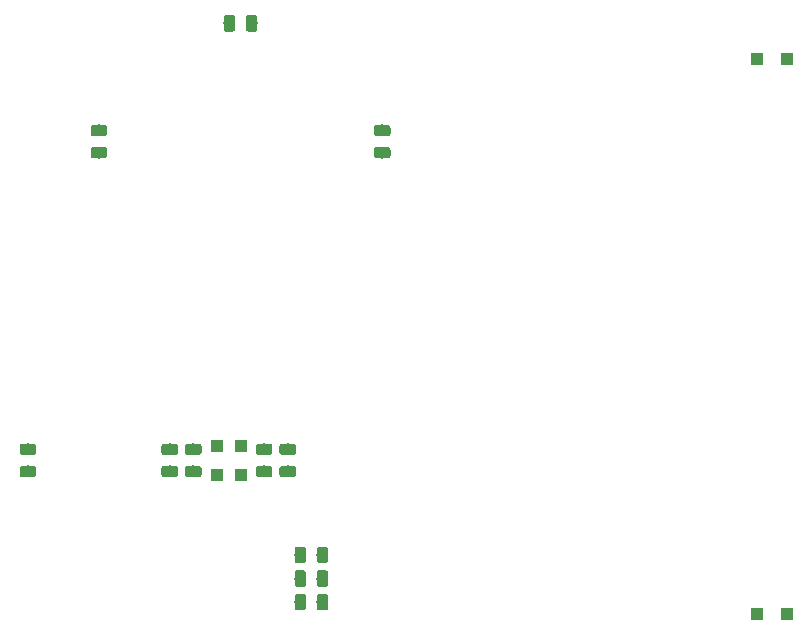
<source format=gbr>
G04 #@! TF.GenerationSoftware,KiCad,Pcbnew,(5.0.1)-3*
G04 #@! TF.CreationDate,2019-12-30T10:06:07+01:00*
G04 #@! TF.ProjectId,TL494 Class D Amp,544C34393420436C617373204420416D,rev?*
G04 #@! TF.SameCoordinates,PX4c4b400PY8f0d180*
G04 #@! TF.FileFunction,Paste,Bot*
G04 #@! TF.FilePolarity,Positive*
%FSLAX46Y46*%
G04 Gerber Fmt 4.6, Leading zero omitted, Abs format (unit mm)*
G04 Created by KiCad (PCBNEW (5.0.1)-3) date 30/12/2019 10:06:07*
%MOMM*%
%LPD*%
G01*
G04 APERTURE LIST*
%ADD10C,0.050800*%
%ADD11C,0.975000*%
%ADD12R,1.000000X1.000000*%
G04 APERTURE END LIST*
D10*
G04 #@! TO.C,C12*
G36*
X34480142Y17423826D02*
X34503803Y17420316D01*
X34527007Y17414504D01*
X34549529Y17406446D01*
X34571153Y17396218D01*
X34591670Y17383921D01*
X34610883Y17369671D01*
X34628607Y17353607D01*
X34644671Y17335883D01*
X34658921Y17316670D01*
X34671218Y17296153D01*
X34681446Y17274529D01*
X34689504Y17252007D01*
X34695316Y17228803D01*
X34698826Y17205142D01*
X34700000Y17181250D01*
X34700000Y16693750D01*
X34698826Y16669858D01*
X34695316Y16646197D01*
X34689504Y16622993D01*
X34681446Y16600471D01*
X34671218Y16578847D01*
X34658921Y16558330D01*
X34644671Y16539117D01*
X34628607Y16521393D01*
X34610883Y16505329D01*
X34591670Y16491079D01*
X34571153Y16478782D01*
X34549529Y16468554D01*
X34527007Y16460496D01*
X34503803Y16454684D01*
X34480142Y16451174D01*
X34456250Y16450000D01*
X33543750Y16450000D01*
X33519858Y16451174D01*
X33496197Y16454684D01*
X33472993Y16460496D01*
X33450471Y16468554D01*
X33428847Y16478782D01*
X33408330Y16491079D01*
X33389117Y16505329D01*
X33371393Y16521393D01*
X33355329Y16539117D01*
X33341079Y16558330D01*
X33328782Y16578847D01*
X33318554Y16600471D01*
X33310496Y16622993D01*
X33304684Y16646197D01*
X33301174Y16669858D01*
X33300000Y16693750D01*
X33300000Y17181250D01*
X33301174Y17205142D01*
X33304684Y17228803D01*
X33310496Y17252007D01*
X33318554Y17274529D01*
X33328782Y17296153D01*
X33341079Y17316670D01*
X33355329Y17335883D01*
X33371393Y17353607D01*
X33389117Y17369671D01*
X33408330Y17383921D01*
X33428847Y17396218D01*
X33450471Y17406446D01*
X33472993Y17414504D01*
X33496197Y17420316D01*
X33519858Y17423826D01*
X33543750Y17425000D01*
X34456250Y17425000D01*
X34480142Y17423826D01*
X34480142Y17423826D01*
G37*
D11*
X34000000Y16937500D03*
D10*
G36*
X34480142Y15548826D02*
X34503803Y15545316D01*
X34527007Y15539504D01*
X34549529Y15531446D01*
X34571153Y15521218D01*
X34591670Y15508921D01*
X34610883Y15494671D01*
X34628607Y15478607D01*
X34644671Y15460883D01*
X34658921Y15441670D01*
X34671218Y15421153D01*
X34681446Y15399529D01*
X34689504Y15377007D01*
X34695316Y15353803D01*
X34698826Y15330142D01*
X34700000Y15306250D01*
X34700000Y14818750D01*
X34698826Y14794858D01*
X34695316Y14771197D01*
X34689504Y14747993D01*
X34681446Y14725471D01*
X34671218Y14703847D01*
X34658921Y14683330D01*
X34644671Y14664117D01*
X34628607Y14646393D01*
X34610883Y14630329D01*
X34591670Y14616079D01*
X34571153Y14603782D01*
X34549529Y14593554D01*
X34527007Y14585496D01*
X34503803Y14579684D01*
X34480142Y14576174D01*
X34456250Y14575000D01*
X33543750Y14575000D01*
X33519858Y14576174D01*
X33496197Y14579684D01*
X33472993Y14585496D01*
X33450471Y14593554D01*
X33428847Y14603782D01*
X33408330Y14616079D01*
X33389117Y14630329D01*
X33371393Y14646393D01*
X33355329Y14664117D01*
X33341079Y14683330D01*
X33328782Y14703847D01*
X33318554Y14725471D01*
X33310496Y14747993D01*
X33304684Y14771197D01*
X33301174Y14794858D01*
X33300000Y14818750D01*
X33300000Y15306250D01*
X33301174Y15330142D01*
X33304684Y15353803D01*
X33310496Y15377007D01*
X33318554Y15399529D01*
X33328782Y15421153D01*
X33341079Y15441670D01*
X33355329Y15460883D01*
X33371393Y15478607D01*
X33389117Y15494671D01*
X33408330Y15508921D01*
X33428847Y15521218D01*
X33450471Y15531446D01*
X33472993Y15539504D01*
X33496197Y15545316D01*
X33519858Y15548826D01*
X33543750Y15550000D01*
X34456250Y15550000D01*
X34480142Y15548826D01*
X34480142Y15548826D01*
G37*
D11*
X34000000Y15062500D03*
G04 #@! TD*
D10*
G04 #@! TO.C,C21*
G36*
X42480142Y42548826D02*
X42503803Y42545316D01*
X42527007Y42539504D01*
X42549529Y42531446D01*
X42571153Y42521218D01*
X42591670Y42508921D01*
X42610883Y42494671D01*
X42628607Y42478607D01*
X42644671Y42460883D01*
X42658921Y42441670D01*
X42671218Y42421153D01*
X42681446Y42399529D01*
X42689504Y42377007D01*
X42695316Y42353803D01*
X42698826Y42330142D01*
X42700000Y42306250D01*
X42700000Y41818750D01*
X42698826Y41794858D01*
X42695316Y41771197D01*
X42689504Y41747993D01*
X42681446Y41725471D01*
X42671218Y41703847D01*
X42658921Y41683330D01*
X42644671Y41664117D01*
X42628607Y41646393D01*
X42610883Y41630329D01*
X42591670Y41616079D01*
X42571153Y41603782D01*
X42549529Y41593554D01*
X42527007Y41585496D01*
X42503803Y41579684D01*
X42480142Y41576174D01*
X42456250Y41575000D01*
X41543750Y41575000D01*
X41519858Y41576174D01*
X41496197Y41579684D01*
X41472993Y41585496D01*
X41450471Y41593554D01*
X41428847Y41603782D01*
X41408330Y41616079D01*
X41389117Y41630329D01*
X41371393Y41646393D01*
X41355329Y41664117D01*
X41341079Y41683330D01*
X41328782Y41703847D01*
X41318554Y41725471D01*
X41310496Y41747993D01*
X41304684Y41771197D01*
X41301174Y41794858D01*
X41300000Y41818750D01*
X41300000Y42306250D01*
X41301174Y42330142D01*
X41304684Y42353803D01*
X41310496Y42377007D01*
X41318554Y42399529D01*
X41328782Y42421153D01*
X41341079Y42441670D01*
X41355329Y42460883D01*
X41371393Y42478607D01*
X41389117Y42494671D01*
X41408330Y42508921D01*
X41428847Y42521218D01*
X41450471Y42531446D01*
X41472993Y42539504D01*
X41496197Y42545316D01*
X41519858Y42548826D01*
X41543750Y42550000D01*
X42456250Y42550000D01*
X42480142Y42548826D01*
X42480142Y42548826D01*
G37*
D11*
X42000000Y42062500D03*
D10*
G36*
X42480142Y44423826D02*
X42503803Y44420316D01*
X42527007Y44414504D01*
X42549529Y44406446D01*
X42571153Y44396218D01*
X42591670Y44383921D01*
X42610883Y44369671D01*
X42628607Y44353607D01*
X42644671Y44335883D01*
X42658921Y44316670D01*
X42671218Y44296153D01*
X42681446Y44274529D01*
X42689504Y44252007D01*
X42695316Y44228803D01*
X42698826Y44205142D01*
X42700000Y44181250D01*
X42700000Y43693750D01*
X42698826Y43669858D01*
X42695316Y43646197D01*
X42689504Y43622993D01*
X42681446Y43600471D01*
X42671218Y43578847D01*
X42658921Y43558330D01*
X42644671Y43539117D01*
X42628607Y43521393D01*
X42610883Y43505329D01*
X42591670Y43491079D01*
X42571153Y43478782D01*
X42549529Y43468554D01*
X42527007Y43460496D01*
X42503803Y43454684D01*
X42480142Y43451174D01*
X42456250Y43450000D01*
X41543750Y43450000D01*
X41519858Y43451174D01*
X41496197Y43454684D01*
X41472993Y43460496D01*
X41450471Y43468554D01*
X41428847Y43478782D01*
X41408330Y43491079D01*
X41389117Y43505329D01*
X41371393Y43521393D01*
X41355329Y43539117D01*
X41341079Y43558330D01*
X41328782Y43578847D01*
X41318554Y43600471D01*
X41310496Y43622993D01*
X41304684Y43646197D01*
X41301174Y43669858D01*
X41300000Y43693750D01*
X41300000Y44181250D01*
X41301174Y44205142D01*
X41304684Y44228803D01*
X41310496Y44252007D01*
X41318554Y44274529D01*
X41328782Y44296153D01*
X41341079Y44316670D01*
X41355329Y44335883D01*
X41371393Y44353607D01*
X41389117Y44369671D01*
X41408330Y44383921D01*
X41428847Y44396218D01*
X41450471Y44406446D01*
X41472993Y44414504D01*
X41496197Y44420316D01*
X41519858Y44423826D01*
X41543750Y44425000D01*
X42456250Y44425000D01*
X42480142Y44423826D01*
X42480142Y44423826D01*
G37*
D11*
X42000000Y43937500D03*
G04 #@! TD*
D12*
G04 #@! TO.C,D1*
X73750000Y3000000D03*
X76250000Y3000000D03*
G04 #@! TD*
G04 #@! TO.C,D5*
X28000000Y17250000D03*
X28000000Y14750000D03*
G04 #@! TD*
G04 #@! TO.C,D6*
X73750000Y50000000D03*
X76250000Y50000000D03*
G04 #@! TD*
D10*
G04 #@! TO.C,R1*
G36*
X35330142Y8698826D02*
X35353803Y8695316D01*
X35377007Y8689504D01*
X35399529Y8681446D01*
X35421153Y8671218D01*
X35441670Y8658921D01*
X35460883Y8644671D01*
X35478607Y8628607D01*
X35494671Y8610883D01*
X35508921Y8591670D01*
X35521218Y8571153D01*
X35531446Y8549529D01*
X35539504Y8527007D01*
X35545316Y8503803D01*
X35548826Y8480142D01*
X35550000Y8456250D01*
X35550000Y7543750D01*
X35548826Y7519858D01*
X35545316Y7496197D01*
X35539504Y7472993D01*
X35531446Y7450471D01*
X35521218Y7428847D01*
X35508921Y7408330D01*
X35494671Y7389117D01*
X35478607Y7371393D01*
X35460883Y7355329D01*
X35441670Y7341079D01*
X35421153Y7328782D01*
X35399529Y7318554D01*
X35377007Y7310496D01*
X35353803Y7304684D01*
X35330142Y7301174D01*
X35306250Y7300000D01*
X34818750Y7300000D01*
X34794858Y7301174D01*
X34771197Y7304684D01*
X34747993Y7310496D01*
X34725471Y7318554D01*
X34703847Y7328782D01*
X34683330Y7341079D01*
X34664117Y7355329D01*
X34646393Y7371393D01*
X34630329Y7389117D01*
X34616079Y7408330D01*
X34603782Y7428847D01*
X34593554Y7450471D01*
X34585496Y7472993D01*
X34579684Y7496197D01*
X34576174Y7519858D01*
X34575000Y7543750D01*
X34575000Y8456250D01*
X34576174Y8480142D01*
X34579684Y8503803D01*
X34585496Y8527007D01*
X34593554Y8549529D01*
X34603782Y8571153D01*
X34616079Y8591670D01*
X34630329Y8610883D01*
X34646393Y8628607D01*
X34664117Y8644671D01*
X34683330Y8658921D01*
X34703847Y8671218D01*
X34725471Y8681446D01*
X34747993Y8689504D01*
X34771197Y8695316D01*
X34794858Y8698826D01*
X34818750Y8700000D01*
X35306250Y8700000D01*
X35330142Y8698826D01*
X35330142Y8698826D01*
G37*
D11*
X35062500Y8000000D03*
D10*
G36*
X37205142Y8698826D02*
X37228803Y8695316D01*
X37252007Y8689504D01*
X37274529Y8681446D01*
X37296153Y8671218D01*
X37316670Y8658921D01*
X37335883Y8644671D01*
X37353607Y8628607D01*
X37369671Y8610883D01*
X37383921Y8591670D01*
X37396218Y8571153D01*
X37406446Y8549529D01*
X37414504Y8527007D01*
X37420316Y8503803D01*
X37423826Y8480142D01*
X37425000Y8456250D01*
X37425000Y7543750D01*
X37423826Y7519858D01*
X37420316Y7496197D01*
X37414504Y7472993D01*
X37406446Y7450471D01*
X37396218Y7428847D01*
X37383921Y7408330D01*
X37369671Y7389117D01*
X37353607Y7371393D01*
X37335883Y7355329D01*
X37316670Y7341079D01*
X37296153Y7328782D01*
X37274529Y7318554D01*
X37252007Y7310496D01*
X37228803Y7304684D01*
X37205142Y7301174D01*
X37181250Y7300000D01*
X36693750Y7300000D01*
X36669858Y7301174D01*
X36646197Y7304684D01*
X36622993Y7310496D01*
X36600471Y7318554D01*
X36578847Y7328782D01*
X36558330Y7341079D01*
X36539117Y7355329D01*
X36521393Y7371393D01*
X36505329Y7389117D01*
X36491079Y7408330D01*
X36478782Y7428847D01*
X36468554Y7450471D01*
X36460496Y7472993D01*
X36454684Y7496197D01*
X36451174Y7519858D01*
X36450000Y7543750D01*
X36450000Y8456250D01*
X36451174Y8480142D01*
X36454684Y8503803D01*
X36460496Y8527007D01*
X36468554Y8549529D01*
X36478782Y8571153D01*
X36491079Y8591670D01*
X36505329Y8610883D01*
X36521393Y8628607D01*
X36539117Y8644671D01*
X36558330Y8658921D01*
X36578847Y8671218D01*
X36600471Y8681446D01*
X36622993Y8689504D01*
X36646197Y8695316D01*
X36669858Y8698826D01*
X36693750Y8700000D01*
X37181250Y8700000D01*
X37205142Y8698826D01*
X37205142Y8698826D01*
G37*
D11*
X36937500Y8000000D03*
G04 #@! TD*
D10*
G04 #@! TO.C,R2*
G36*
X35330142Y6698826D02*
X35353803Y6695316D01*
X35377007Y6689504D01*
X35399529Y6681446D01*
X35421153Y6671218D01*
X35441670Y6658921D01*
X35460883Y6644671D01*
X35478607Y6628607D01*
X35494671Y6610883D01*
X35508921Y6591670D01*
X35521218Y6571153D01*
X35531446Y6549529D01*
X35539504Y6527007D01*
X35545316Y6503803D01*
X35548826Y6480142D01*
X35550000Y6456250D01*
X35550000Y5543750D01*
X35548826Y5519858D01*
X35545316Y5496197D01*
X35539504Y5472993D01*
X35531446Y5450471D01*
X35521218Y5428847D01*
X35508921Y5408330D01*
X35494671Y5389117D01*
X35478607Y5371393D01*
X35460883Y5355329D01*
X35441670Y5341079D01*
X35421153Y5328782D01*
X35399529Y5318554D01*
X35377007Y5310496D01*
X35353803Y5304684D01*
X35330142Y5301174D01*
X35306250Y5300000D01*
X34818750Y5300000D01*
X34794858Y5301174D01*
X34771197Y5304684D01*
X34747993Y5310496D01*
X34725471Y5318554D01*
X34703847Y5328782D01*
X34683330Y5341079D01*
X34664117Y5355329D01*
X34646393Y5371393D01*
X34630329Y5389117D01*
X34616079Y5408330D01*
X34603782Y5428847D01*
X34593554Y5450471D01*
X34585496Y5472993D01*
X34579684Y5496197D01*
X34576174Y5519858D01*
X34575000Y5543750D01*
X34575000Y6456250D01*
X34576174Y6480142D01*
X34579684Y6503803D01*
X34585496Y6527007D01*
X34593554Y6549529D01*
X34603782Y6571153D01*
X34616079Y6591670D01*
X34630329Y6610883D01*
X34646393Y6628607D01*
X34664117Y6644671D01*
X34683330Y6658921D01*
X34703847Y6671218D01*
X34725471Y6681446D01*
X34747993Y6689504D01*
X34771197Y6695316D01*
X34794858Y6698826D01*
X34818750Y6700000D01*
X35306250Y6700000D01*
X35330142Y6698826D01*
X35330142Y6698826D01*
G37*
D11*
X35062500Y6000000D03*
D10*
G36*
X37205142Y6698826D02*
X37228803Y6695316D01*
X37252007Y6689504D01*
X37274529Y6681446D01*
X37296153Y6671218D01*
X37316670Y6658921D01*
X37335883Y6644671D01*
X37353607Y6628607D01*
X37369671Y6610883D01*
X37383921Y6591670D01*
X37396218Y6571153D01*
X37406446Y6549529D01*
X37414504Y6527007D01*
X37420316Y6503803D01*
X37423826Y6480142D01*
X37425000Y6456250D01*
X37425000Y5543750D01*
X37423826Y5519858D01*
X37420316Y5496197D01*
X37414504Y5472993D01*
X37406446Y5450471D01*
X37396218Y5428847D01*
X37383921Y5408330D01*
X37369671Y5389117D01*
X37353607Y5371393D01*
X37335883Y5355329D01*
X37316670Y5341079D01*
X37296153Y5328782D01*
X37274529Y5318554D01*
X37252007Y5310496D01*
X37228803Y5304684D01*
X37205142Y5301174D01*
X37181250Y5300000D01*
X36693750Y5300000D01*
X36669858Y5301174D01*
X36646197Y5304684D01*
X36622993Y5310496D01*
X36600471Y5318554D01*
X36578847Y5328782D01*
X36558330Y5341079D01*
X36539117Y5355329D01*
X36521393Y5371393D01*
X36505329Y5389117D01*
X36491079Y5408330D01*
X36478782Y5428847D01*
X36468554Y5450471D01*
X36460496Y5472993D01*
X36454684Y5496197D01*
X36451174Y5519858D01*
X36450000Y5543750D01*
X36450000Y6456250D01*
X36451174Y6480142D01*
X36454684Y6503803D01*
X36460496Y6527007D01*
X36468554Y6549529D01*
X36478782Y6571153D01*
X36491079Y6591670D01*
X36505329Y6610883D01*
X36521393Y6628607D01*
X36539117Y6644671D01*
X36558330Y6658921D01*
X36578847Y6671218D01*
X36600471Y6681446D01*
X36622993Y6689504D01*
X36646197Y6695316D01*
X36669858Y6698826D01*
X36693750Y6700000D01*
X37181250Y6700000D01*
X37205142Y6698826D01*
X37205142Y6698826D01*
G37*
D11*
X36937500Y6000000D03*
G04 #@! TD*
D10*
G04 #@! TO.C,R8*
G36*
X32480142Y17423826D02*
X32503803Y17420316D01*
X32527007Y17414504D01*
X32549529Y17406446D01*
X32571153Y17396218D01*
X32591670Y17383921D01*
X32610883Y17369671D01*
X32628607Y17353607D01*
X32644671Y17335883D01*
X32658921Y17316670D01*
X32671218Y17296153D01*
X32681446Y17274529D01*
X32689504Y17252007D01*
X32695316Y17228803D01*
X32698826Y17205142D01*
X32700000Y17181250D01*
X32700000Y16693750D01*
X32698826Y16669858D01*
X32695316Y16646197D01*
X32689504Y16622993D01*
X32681446Y16600471D01*
X32671218Y16578847D01*
X32658921Y16558330D01*
X32644671Y16539117D01*
X32628607Y16521393D01*
X32610883Y16505329D01*
X32591670Y16491079D01*
X32571153Y16478782D01*
X32549529Y16468554D01*
X32527007Y16460496D01*
X32503803Y16454684D01*
X32480142Y16451174D01*
X32456250Y16450000D01*
X31543750Y16450000D01*
X31519858Y16451174D01*
X31496197Y16454684D01*
X31472993Y16460496D01*
X31450471Y16468554D01*
X31428847Y16478782D01*
X31408330Y16491079D01*
X31389117Y16505329D01*
X31371393Y16521393D01*
X31355329Y16539117D01*
X31341079Y16558330D01*
X31328782Y16578847D01*
X31318554Y16600471D01*
X31310496Y16622993D01*
X31304684Y16646197D01*
X31301174Y16669858D01*
X31300000Y16693750D01*
X31300000Y17181250D01*
X31301174Y17205142D01*
X31304684Y17228803D01*
X31310496Y17252007D01*
X31318554Y17274529D01*
X31328782Y17296153D01*
X31341079Y17316670D01*
X31355329Y17335883D01*
X31371393Y17353607D01*
X31389117Y17369671D01*
X31408330Y17383921D01*
X31428847Y17396218D01*
X31450471Y17406446D01*
X31472993Y17414504D01*
X31496197Y17420316D01*
X31519858Y17423826D01*
X31543750Y17425000D01*
X32456250Y17425000D01*
X32480142Y17423826D01*
X32480142Y17423826D01*
G37*
D11*
X32000000Y16937500D03*
D10*
G36*
X32480142Y15548826D02*
X32503803Y15545316D01*
X32527007Y15539504D01*
X32549529Y15531446D01*
X32571153Y15521218D01*
X32591670Y15508921D01*
X32610883Y15494671D01*
X32628607Y15478607D01*
X32644671Y15460883D01*
X32658921Y15441670D01*
X32671218Y15421153D01*
X32681446Y15399529D01*
X32689504Y15377007D01*
X32695316Y15353803D01*
X32698826Y15330142D01*
X32700000Y15306250D01*
X32700000Y14818750D01*
X32698826Y14794858D01*
X32695316Y14771197D01*
X32689504Y14747993D01*
X32681446Y14725471D01*
X32671218Y14703847D01*
X32658921Y14683330D01*
X32644671Y14664117D01*
X32628607Y14646393D01*
X32610883Y14630329D01*
X32591670Y14616079D01*
X32571153Y14603782D01*
X32549529Y14593554D01*
X32527007Y14585496D01*
X32503803Y14579684D01*
X32480142Y14576174D01*
X32456250Y14575000D01*
X31543750Y14575000D01*
X31519858Y14576174D01*
X31496197Y14579684D01*
X31472993Y14585496D01*
X31450471Y14593554D01*
X31428847Y14603782D01*
X31408330Y14616079D01*
X31389117Y14630329D01*
X31371393Y14646393D01*
X31355329Y14664117D01*
X31341079Y14683330D01*
X31328782Y14703847D01*
X31318554Y14725471D01*
X31310496Y14747993D01*
X31304684Y14771197D01*
X31301174Y14794858D01*
X31300000Y14818750D01*
X31300000Y15306250D01*
X31301174Y15330142D01*
X31304684Y15353803D01*
X31310496Y15377007D01*
X31318554Y15399529D01*
X31328782Y15421153D01*
X31341079Y15441670D01*
X31355329Y15460883D01*
X31371393Y15478607D01*
X31389117Y15494671D01*
X31408330Y15508921D01*
X31428847Y15521218D01*
X31450471Y15531446D01*
X31472993Y15539504D01*
X31496197Y15545316D01*
X31519858Y15548826D01*
X31543750Y15550000D01*
X32456250Y15550000D01*
X32480142Y15548826D01*
X32480142Y15548826D01*
G37*
D11*
X32000000Y15062500D03*
G04 #@! TD*
D10*
G04 #@! TO.C,R9*
G36*
X26480142Y17423826D02*
X26503803Y17420316D01*
X26527007Y17414504D01*
X26549529Y17406446D01*
X26571153Y17396218D01*
X26591670Y17383921D01*
X26610883Y17369671D01*
X26628607Y17353607D01*
X26644671Y17335883D01*
X26658921Y17316670D01*
X26671218Y17296153D01*
X26681446Y17274529D01*
X26689504Y17252007D01*
X26695316Y17228803D01*
X26698826Y17205142D01*
X26700000Y17181250D01*
X26700000Y16693750D01*
X26698826Y16669858D01*
X26695316Y16646197D01*
X26689504Y16622993D01*
X26681446Y16600471D01*
X26671218Y16578847D01*
X26658921Y16558330D01*
X26644671Y16539117D01*
X26628607Y16521393D01*
X26610883Y16505329D01*
X26591670Y16491079D01*
X26571153Y16478782D01*
X26549529Y16468554D01*
X26527007Y16460496D01*
X26503803Y16454684D01*
X26480142Y16451174D01*
X26456250Y16450000D01*
X25543750Y16450000D01*
X25519858Y16451174D01*
X25496197Y16454684D01*
X25472993Y16460496D01*
X25450471Y16468554D01*
X25428847Y16478782D01*
X25408330Y16491079D01*
X25389117Y16505329D01*
X25371393Y16521393D01*
X25355329Y16539117D01*
X25341079Y16558330D01*
X25328782Y16578847D01*
X25318554Y16600471D01*
X25310496Y16622993D01*
X25304684Y16646197D01*
X25301174Y16669858D01*
X25300000Y16693750D01*
X25300000Y17181250D01*
X25301174Y17205142D01*
X25304684Y17228803D01*
X25310496Y17252007D01*
X25318554Y17274529D01*
X25328782Y17296153D01*
X25341079Y17316670D01*
X25355329Y17335883D01*
X25371393Y17353607D01*
X25389117Y17369671D01*
X25408330Y17383921D01*
X25428847Y17396218D01*
X25450471Y17406446D01*
X25472993Y17414504D01*
X25496197Y17420316D01*
X25519858Y17423826D01*
X25543750Y17425000D01*
X26456250Y17425000D01*
X26480142Y17423826D01*
X26480142Y17423826D01*
G37*
D11*
X26000000Y16937500D03*
D10*
G36*
X26480142Y15548826D02*
X26503803Y15545316D01*
X26527007Y15539504D01*
X26549529Y15531446D01*
X26571153Y15521218D01*
X26591670Y15508921D01*
X26610883Y15494671D01*
X26628607Y15478607D01*
X26644671Y15460883D01*
X26658921Y15441670D01*
X26671218Y15421153D01*
X26681446Y15399529D01*
X26689504Y15377007D01*
X26695316Y15353803D01*
X26698826Y15330142D01*
X26700000Y15306250D01*
X26700000Y14818750D01*
X26698826Y14794858D01*
X26695316Y14771197D01*
X26689504Y14747993D01*
X26681446Y14725471D01*
X26671218Y14703847D01*
X26658921Y14683330D01*
X26644671Y14664117D01*
X26628607Y14646393D01*
X26610883Y14630329D01*
X26591670Y14616079D01*
X26571153Y14603782D01*
X26549529Y14593554D01*
X26527007Y14585496D01*
X26503803Y14579684D01*
X26480142Y14576174D01*
X26456250Y14575000D01*
X25543750Y14575000D01*
X25519858Y14576174D01*
X25496197Y14579684D01*
X25472993Y14585496D01*
X25450471Y14593554D01*
X25428847Y14603782D01*
X25408330Y14616079D01*
X25389117Y14630329D01*
X25371393Y14646393D01*
X25355329Y14664117D01*
X25341079Y14683330D01*
X25328782Y14703847D01*
X25318554Y14725471D01*
X25310496Y14747993D01*
X25304684Y14771197D01*
X25301174Y14794858D01*
X25300000Y14818750D01*
X25300000Y15306250D01*
X25301174Y15330142D01*
X25304684Y15353803D01*
X25310496Y15377007D01*
X25318554Y15399529D01*
X25328782Y15421153D01*
X25341079Y15441670D01*
X25355329Y15460883D01*
X25371393Y15478607D01*
X25389117Y15494671D01*
X25408330Y15508921D01*
X25428847Y15521218D01*
X25450471Y15531446D01*
X25472993Y15539504D01*
X25496197Y15545316D01*
X25519858Y15548826D01*
X25543750Y15550000D01*
X26456250Y15550000D01*
X26480142Y15548826D01*
X26480142Y15548826D01*
G37*
D11*
X26000000Y15062500D03*
G04 #@! TD*
D10*
G04 #@! TO.C,C1*
G36*
X35330142Y4698826D02*
X35353803Y4695316D01*
X35377007Y4689504D01*
X35399529Y4681446D01*
X35421153Y4671218D01*
X35441670Y4658921D01*
X35460883Y4644671D01*
X35478607Y4628607D01*
X35494671Y4610883D01*
X35508921Y4591670D01*
X35521218Y4571153D01*
X35531446Y4549529D01*
X35539504Y4527007D01*
X35545316Y4503803D01*
X35548826Y4480142D01*
X35550000Y4456250D01*
X35550000Y3543750D01*
X35548826Y3519858D01*
X35545316Y3496197D01*
X35539504Y3472993D01*
X35531446Y3450471D01*
X35521218Y3428847D01*
X35508921Y3408330D01*
X35494671Y3389117D01*
X35478607Y3371393D01*
X35460883Y3355329D01*
X35441670Y3341079D01*
X35421153Y3328782D01*
X35399529Y3318554D01*
X35377007Y3310496D01*
X35353803Y3304684D01*
X35330142Y3301174D01*
X35306250Y3300000D01*
X34818750Y3300000D01*
X34794858Y3301174D01*
X34771197Y3304684D01*
X34747993Y3310496D01*
X34725471Y3318554D01*
X34703847Y3328782D01*
X34683330Y3341079D01*
X34664117Y3355329D01*
X34646393Y3371393D01*
X34630329Y3389117D01*
X34616079Y3408330D01*
X34603782Y3428847D01*
X34593554Y3450471D01*
X34585496Y3472993D01*
X34579684Y3496197D01*
X34576174Y3519858D01*
X34575000Y3543750D01*
X34575000Y4456250D01*
X34576174Y4480142D01*
X34579684Y4503803D01*
X34585496Y4527007D01*
X34593554Y4549529D01*
X34603782Y4571153D01*
X34616079Y4591670D01*
X34630329Y4610883D01*
X34646393Y4628607D01*
X34664117Y4644671D01*
X34683330Y4658921D01*
X34703847Y4671218D01*
X34725471Y4681446D01*
X34747993Y4689504D01*
X34771197Y4695316D01*
X34794858Y4698826D01*
X34818750Y4700000D01*
X35306250Y4700000D01*
X35330142Y4698826D01*
X35330142Y4698826D01*
G37*
D11*
X35062500Y4000000D03*
D10*
G36*
X37205142Y4698826D02*
X37228803Y4695316D01*
X37252007Y4689504D01*
X37274529Y4681446D01*
X37296153Y4671218D01*
X37316670Y4658921D01*
X37335883Y4644671D01*
X37353607Y4628607D01*
X37369671Y4610883D01*
X37383921Y4591670D01*
X37396218Y4571153D01*
X37406446Y4549529D01*
X37414504Y4527007D01*
X37420316Y4503803D01*
X37423826Y4480142D01*
X37425000Y4456250D01*
X37425000Y3543750D01*
X37423826Y3519858D01*
X37420316Y3496197D01*
X37414504Y3472993D01*
X37406446Y3450471D01*
X37396218Y3428847D01*
X37383921Y3408330D01*
X37369671Y3389117D01*
X37353607Y3371393D01*
X37335883Y3355329D01*
X37316670Y3341079D01*
X37296153Y3328782D01*
X37274529Y3318554D01*
X37252007Y3310496D01*
X37228803Y3304684D01*
X37205142Y3301174D01*
X37181250Y3300000D01*
X36693750Y3300000D01*
X36669858Y3301174D01*
X36646197Y3304684D01*
X36622993Y3310496D01*
X36600471Y3318554D01*
X36578847Y3328782D01*
X36558330Y3341079D01*
X36539117Y3355329D01*
X36521393Y3371393D01*
X36505329Y3389117D01*
X36491079Y3408330D01*
X36478782Y3428847D01*
X36468554Y3450471D01*
X36460496Y3472993D01*
X36454684Y3496197D01*
X36451174Y3519858D01*
X36450000Y3543750D01*
X36450000Y4456250D01*
X36451174Y4480142D01*
X36454684Y4503803D01*
X36460496Y4527007D01*
X36468554Y4549529D01*
X36478782Y4571153D01*
X36491079Y4591670D01*
X36505329Y4610883D01*
X36521393Y4628607D01*
X36539117Y4644671D01*
X36558330Y4658921D01*
X36578847Y4671218D01*
X36600471Y4681446D01*
X36622993Y4689504D01*
X36646197Y4695316D01*
X36669858Y4698826D01*
X36693750Y4700000D01*
X37181250Y4700000D01*
X37205142Y4698826D01*
X37205142Y4698826D01*
G37*
D11*
X36937500Y4000000D03*
G04 #@! TD*
D10*
G04 #@! TO.C,C9*
G36*
X12480142Y17423826D02*
X12503803Y17420316D01*
X12527007Y17414504D01*
X12549529Y17406446D01*
X12571153Y17396218D01*
X12591670Y17383921D01*
X12610883Y17369671D01*
X12628607Y17353607D01*
X12644671Y17335883D01*
X12658921Y17316670D01*
X12671218Y17296153D01*
X12681446Y17274529D01*
X12689504Y17252007D01*
X12695316Y17228803D01*
X12698826Y17205142D01*
X12700000Y17181250D01*
X12700000Y16693750D01*
X12698826Y16669858D01*
X12695316Y16646197D01*
X12689504Y16622993D01*
X12681446Y16600471D01*
X12671218Y16578847D01*
X12658921Y16558330D01*
X12644671Y16539117D01*
X12628607Y16521393D01*
X12610883Y16505329D01*
X12591670Y16491079D01*
X12571153Y16478782D01*
X12549529Y16468554D01*
X12527007Y16460496D01*
X12503803Y16454684D01*
X12480142Y16451174D01*
X12456250Y16450000D01*
X11543750Y16450000D01*
X11519858Y16451174D01*
X11496197Y16454684D01*
X11472993Y16460496D01*
X11450471Y16468554D01*
X11428847Y16478782D01*
X11408330Y16491079D01*
X11389117Y16505329D01*
X11371393Y16521393D01*
X11355329Y16539117D01*
X11341079Y16558330D01*
X11328782Y16578847D01*
X11318554Y16600471D01*
X11310496Y16622993D01*
X11304684Y16646197D01*
X11301174Y16669858D01*
X11300000Y16693750D01*
X11300000Y17181250D01*
X11301174Y17205142D01*
X11304684Y17228803D01*
X11310496Y17252007D01*
X11318554Y17274529D01*
X11328782Y17296153D01*
X11341079Y17316670D01*
X11355329Y17335883D01*
X11371393Y17353607D01*
X11389117Y17369671D01*
X11408330Y17383921D01*
X11428847Y17396218D01*
X11450471Y17406446D01*
X11472993Y17414504D01*
X11496197Y17420316D01*
X11519858Y17423826D01*
X11543750Y17425000D01*
X12456250Y17425000D01*
X12480142Y17423826D01*
X12480142Y17423826D01*
G37*
D11*
X12000000Y16937500D03*
D10*
G36*
X12480142Y15548826D02*
X12503803Y15545316D01*
X12527007Y15539504D01*
X12549529Y15531446D01*
X12571153Y15521218D01*
X12591670Y15508921D01*
X12610883Y15494671D01*
X12628607Y15478607D01*
X12644671Y15460883D01*
X12658921Y15441670D01*
X12671218Y15421153D01*
X12681446Y15399529D01*
X12689504Y15377007D01*
X12695316Y15353803D01*
X12698826Y15330142D01*
X12700000Y15306250D01*
X12700000Y14818750D01*
X12698826Y14794858D01*
X12695316Y14771197D01*
X12689504Y14747993D01*
X12681446Y14725471D01*
X12671218Y14703847D01*
X12658921Y14683330D01*
X12644671Y14664117D01*
X12628607Y14646393D01*
X12610883Y14630329D01*
X12591670Y14616079D01*
X12571153Y14603782D01*
X12549529Y14593554D01*
X12527007Y14585496D01*
X12503803Y14579684D01*
X12480142Y14576174D01*
X12456250Y14575000D01*
X11543750Y14575000D01*
X11519858Y14576174D01*
X11496197Y14579684D01*
X11472993Y14585496D01*
X11450471Y14593554D01*
X11428847Y14603782D01*
X11408330Y14616079D01*
X11389117Y14630329D01*
X11371393Y14646393D01*
X11355329Y14664117D01*
X11341079Y14683330D01*
X11328782Y14703847D01*
X11318554Y14725471D01*
X11310496Y14747993D01*
X11304684Y14771197D01*
X11301174Y14794858D01*
X11300000Y14818750D01*
X11300000Y15306250D01*
X11301174Y15330142D01*
X11304684Y15353803D01*
X11310496Y15377007D01*
X11318554Y15399529D01*
X11328782Y15421153D01*
X11341079Y15441670D01*
X11355329Y15460883D01*
X11371393Y15478607D01*
X11389117Y15494671D01*
X11408330Y15508921D01*
X11428847Y15521218D01*
X11450471Y15531446D01*
X11472993Y15539504D01*
X11496197Y15545316D01*
X11519858Y15548826D01*
X11543750Y15550000D01*
X12456250Y15550000D01*
X12480142Y15548826D01*
X12480142Y15548826D01*
G37*
D11*
X12000000Y15062500D03*
G04 #@! TD*
D10*
G04 #@! TO.C,C13*
G36*
X24480142Y17423826D02*
X24503803Y17420316D01*
X24527007Y17414504D01*
X24549529Y17406446D01*
X24571153Y17396218D01*
X24591670Y17383921D01*
X24610883Y17369671D01*
X24628607Y17353607D01*
X24644671Y17335883D01*
X24658921Y17316670D01*
X24671218Y17296153D01*
X24681446Y17274529D01*
X24689504Y17252007D01*
X24695316Y17228803D01*
X24698826Y17205142D01*
X24700000Y17181250D01*
X24700000Y16693750D01*
X24698826Y16669858D01*
X24695316Y16646197D01*
X24689504Y16622993D01*
X24681446Y16600471D01*
X24671218Y16578847D01*
X24658921Y16558330D01*
X24644671Y16539117D01*
X24628607Y16521393D01*
X24610883Y16505329D01*
X24591670Y16491079D01*
X24571153Y16478782D01*
X24549529Y16468554D01*
X24527007Y16460496D01*
X24503803Y16454684D01*
X24480142Y16451174D01*
X24456250Y16450000D01*
X23543750Y16450000D01*
X23519858Y16451174D01*
X23496197Y16454684D01*
X23472993Y16460496D01*
X23450471Y16468554D01*
X23428847Y16478782D01*
X23408330Y16491079D01*
X23389117Y16505329D01*
X23371393Y16521393D01*
X23355329Y16539117D01*
X23341079Y16558330D01*
X23328782Y16578847D01*
X23318554Y16600471D01*
X23310496Y16622993D01*
X23304684Y16646197D01*
X23301174Y16669858D01*
X23300000Y16693750D01*
X23300000Y17181250D01*
X23301174Y17205142D01*
X23304684Y17228803D01*
X23310496Y17252007D01*
X23318554Y17274529D01*
X23328782Y17296153D01*
X23341079Y17316670D01*
X23355329Y17335883D01*
X23371393Y17353607D01*
X23389117Y17369671D01*
X23408330Y17383921D01*
X23428847Y17396218D01*
X23450471Y17406446D01*
X23472993Y17414504D01*
X23496197Y17420316D01*
X23519858Y17423826D01*
X23543750Y17425000D01*
X24456250Y17425000D01*
X24480142Y17423826D01*
X24480142Y17423826D01*
G37*
D11*
X24000000Y16937500D03*
D10*
G36*
X24480142Y15548826D02*
X24503803Y15545316D01*
X24527007Y15539504D01*
X24549529Y15531446D01*
X24571153Y15521218D01*
X24591670Y15508921D01*
X24610883Y15494671D01*
X24628607Y15478607D01*
X24644671Y15460883D01*
X24658921Y15441670D01*
X24671218Y15421153D01*
X24681446Y15399529D01*
X24689504Y15377007D01*
X24695316Y15353803D01*
X24698826Y15330142D01*
X24700000Y15306250D01*
X24700000Y14818750D01*
X24698826Y14794858D01*
X24695316Y14771197D01*
X24689504Y14747993D01*
X24681446Y14725471D01*
X24671218Y14703847D01*
X24658921Y14683330D01*
X24644671Y14664117D01*
X24628607Y14646393D01*
X24610883Y14630329D01*
X24591670Y14616079D01*
X24571153Y14603782D01*
X24549529Y14593554D01*
X24527007Y14585496D01*
X24503803Y14579684D01*
X24480142Y14576174D01*
X24456250Y14575000D01*
X23543750Y14575000D01*
X23519858Y14576174D01*
X23496197Y14579684D01*
X23472993Y14585496D01*
X23450471Y14593554D01*
X23428847Y14603782D01*
X23408330Y14616079D01*
X23389117Y14630329D01*
X23371393Y14646393D01*
X23355329Y14664117D01*
X23341079Y14683330D01*
X23328782Y14703847D01*
X23318554Y14725471D01*
X23310496Y14747993D01*
X23304684Y14771197D01*
X23301174Y14794858D01*
X23300000Y14818750D01*
X23300000Y15306250D01*
X23301174Y15330142D01*
X23304684Y15353803D01*
X23310496Y15377007D01*
X23318554Y15399529D01*
X23328782Y15421153D01*
X23341079Y15441670D01*
X23355329Y15460883D01*
X23371393Y15478607D01*
X23389117Y15494671D01*
X23408330Y15508921D01*
X23428847Y15521218D01*
X23450471Y15531446D01*
X23472993Y15539504D01*
X23496197Y15545316D01*
X23519858Y15548826D01*
X23543750Y15550000D01*
X24456250Y15550000D01*
X24480142Y15548826D01*
X24480142Y15548826D01*
G37*
D11*
X24000000Y15062500D03*
G04 #@! TD*
D10*
G04 #@! TO.C,C22*
G36*
X18480142Y44423826D02*
X18503803Y44420316D01*
X18527007Y44414504D01*
X18549529Y44406446D01*
X18571153Y44396218D01*
X18591670Y44383921D01*
X18610883Y44369671D01*
X18628607Y44353607D01*
X18644671Y44335883D01*
X18658921Y44316670D01*
X18671218Y44296153D01*
X18681446Y44274529D01*
X18689504Y44252007D01*
X18695316Y44228803D01*
X18698826Y44205142D01*
X18700000Y44181250D01*
X18700000Y43693750D01*
X18698826Y43669858D01*
X18695316Y43646197D01*
X18689504Y43622993D01*
X18681446Y43600471D01*
X18671218Y43578847D01*
X18658921Y43558330D01*
X18644671Y43539117D01*
X18628607Y43521393D01*
X18610883Y43505329D01*
X18591670Y43491079D01*
X18571153Y43478782D01*
X18549529Y43468554D01*
X18527007Y43460496D01*
X18503803Y43454684D01*
X18480142Y43451174D01*
X18456250Y43450000D01*
X17543750Y43450000D01*
X17519858Y43451174D01*
X17496197Y43454684D01*
X17472993Y43460496D01*
X17450471Y43468554D01*
X17428847Y43478782D01*
X17408330Y43491079D01*
X17389117Y43505329D01*
X17371393Y43521393D01*
X17355329Y43539117D01*
X17341079Y43558330D01*
X17328782Y43578847D01*
X17318554Y43600471D01*
X17310496Y43622993D01*
X17304684Y43646197D01*
X17301174Y43669858D01*
X17300000Y43693750D01*
X17300000Y44181250D01*
X17301174Y44205142D01*
X17304684Y44228803D01*
X17310496Y44252007D01*
X17318554Y44274529D01*
X17328782Y44296153D01*
X17341079Y44316670D01*
X17355329Y44335883D01*
X17371393Y44353607D01*
X17389117Y44369671D01*
X17408330Y44383921D01*
X17428847Y44396218D01*
X17450471Y44406446D01*
X17472993Y44414504D01*
X17496197Y44420316D01*
X17519858Y44423826D01*
X17543750Y44425000D01*
X18456250Y44425000D01*
X18480142Y44423826D01*
X18480142Y44423826D01*
G37*
D11*
X18000000Y43937500D03*
D10*
G36*
X18480142Y42548826D02*
X18503803Y42545316D01*
X18527007Y42539504D01*
X18549529Y42531446D01*
X18571153Y42521218D01*
X18591670Y42508921D01*
X18610883Y42494671D01*
X18628607Y42478607D01*
X18644671Y42460883D01*
X18658921Y42441670D01*
X18671218Y42421153D01*
X18681446Y42399529D01*
X18689504Y42377007D01*
X18695316Y42353803D01*
X18698826Y42330142D01*
X18700000Y42306250D01*
X18700000Y41818750D01*
X18698826Y41794858D01*
X18695316Y41771197D01*
X18689504Y41747993D01*
X18681446Y41725471D01*
X18671218Y41703847D01*
X18658921Y41683330D01*
X18644671Y41664117D01*
X18628607Y41646393D01*
X18610883Y41630329D01*
X18591670Y41616079D01*
X18571153Y41603782D01*
X18549529Y41593554D01*
X18527007Y41585496D01*
X18503803Y41579684D01*
X18480142Y41576174D01*
X18456250Y41575000D01*
X17543750Y41575000D01*
X17519858Y41576174D01*
X17496197Y41579684D01*
X17472993Y41585496D01*
X17450471Y41593554D01*
X17428847Y41603782D01*
X17408330Y41616079D01*
X17389117Y41630329D01*
X17371393Y41646393D01*
X17355329Y41664117D01*
X17341079Y41683330D01*
X17328782Y41703847D01*
X17318554Y41725471D01*
X17310496Y41747993D01*
X17304684Y41771197D01*
X17301174Y41794858D01*
X17300000Y41818750D01*
X17300000Y42306250D01*
X17301174Y42330142D01*
X17304684Y42353803D01*
X17310496Y42377007D01*
X17318554Y42399529D01*
X17328782Y42421153D01*
X17341079Y42441670D01*
X17355329Y42460883D01*
X17371393Y42478607D01*
X17389117Y42494671D01*
X17408330Y42508921D01*
X17428847Y42521218D01*
X17450471Y42531446D01*
X17472993Y42539504D01*
X17496197Y42545316D01*
X17519858Y42548826D01*
X17543750Y42550000D01*
X18456250Y42550000D01*
X18480142Y42548826D01*
X18480142Y42548826D01*
G37*
D11*
X18000000Y42062500D03*
G04 #@! TD*
D12*
G04 #@! TO.C,D4*
X30000000Y17250000D03*
X30000000Y14750000D03*
G04 #@! TD*
D10*
G04 #@! TO.C,R18*
G36*
X31205142Y53698826D02*
X31228803Y53695316D01*
X31252007Y53689504D01*
X31274529Y53681446D01*
X31296153Y53671218D01*
X31316670Y53658921D01*
X31335883Y53644671D01*
X31353607Y53628607D01*
X31369671Y53610883D01*
X31383921Y53591670D01*
X31396218Y53571153D01*
X31406446Y53549529D01*
X31414504Y53527007D01*
X31420316Y53503803D01*
X31423826Y53480142D01*
X31425000Y53456250D01*
X31425000Y52543750D01*
X31423826Y52519858D01*
X31420316Y52496197D01*
X31414504Y52472993D01*
X31406446Y52450471D01*
X31396218Y52428847D01*
X31383921Y52408330D01*
X31369671Y52389117D01*
X31353607Y52371393D01*
X31335883Y52355329D01*
X31316670Y52341079D01*
X31296153Y52328782D01*
X31274529Y52318554D01*
X31252007Y52310496D01*
X31228803Y52304684D01*
X31205142Y52301174D01*
X31181250Y52300000D01*
X30693750Y52300000D01*
X30669858Y52301174D01*
X30646197Y52304684D01*
X30622993Y52310496D01*
X30600471Y52318554D01*
X30578847Y52328782D01*
X30558330Y52341079D01*
X30539117Y52355329D01*
X30521393Y52371393D01*
X30505329Y52389117D01*
X30491079Y52408330D01*
X30478782Y52428847D01*
X30468554Y52450471D01*
X30460496Y52472993D01*
X30454684Y52496197D01*
X30451174Y52519858D01*
X30450000Y52543750D01*
X30450000Y53456250D01*
X30451174Y53480142D01*
X30454684Y53503803D01*
X30460496Y53527007D01*
X30468554Y53549529D01*
X30478782Y53571153D01*
X30491079Y53591670D01*
X30505329Y53610883D01*
X30521393Y53628607D01*
X30539117Y53644671D01*
X30558330Y53658921D01*
X30578847Y53671218D01*
X30600471Y53681446D01*
X30622993Y53689504D01*
X30646197Y53695316D01*
X30669858Y53698826D01*
X30693750Y53700000D01*
X31181250Y53700000D01*
X31205142Y53698826D01*
X31205142Y53698826D01*
G37*
D11*
X30937500Y53000000D03*
D10*
G36*
X29330142Y53698826D02*
X29353803Y53695316D01*
X29377007Y53689504D01*
X29399529Y53681446D01*
X29421153Y53671218D01*
X29441670Y53658921D01*
X29460883Y53644671D01*
X29478607Y53628607D01*
X29494671Y53610883D01*
X29508921Y53591670D01*
X29521218Y53571153D01*
X29531446Y53549529D01*
X29539504Y53527007D01*
X29545316Y53503803D01*
X29548826Y53480142D01*
X29550000Y53456250D01*
X29550000Y52543750D01*
X29548826Y52519858D01*
X29545316Y52496197D01*
X29539504Y52472993D01*
X29531446Y52450471D01*
X29521218Y52428847D01*
X29508921Y52408330D01*
X29494671Y52389117D01*
X29478607Y52371393D01*
X29460883Y52355329D01*
X29441670Y52341079D01*
X29421153Y52328782D01*
X29399529Y52318554D01*
X29377007Y52310496D01*
X29353803Y52304684D01*
X29330142Y52301174D01*
X29306250Y52300000D01*
X28818750Y52300000D01*
X28794858Y52301174D01*
X28771197Y52304684D01*
X28747993Y52310496D01*
X28725471Y52318554D01*
X28703847Y52328782D01*
X28683330Y52341079D01*
X28664117Y52355329D01*
X28646393Y52371393D01*
X28630329Y52389117D01*
X28616079Y52408330D01*
X28603782Y52428847D01*
X28593554Y52450471D01*
X28585496Y52472993D01*
X28579684Y52496197D01*
X28576174Y52519858D01*
X28575000Y52543750D01*
X28575000Y53456250D01*
X28576174Y53480142D01*
X28579684Y53503803D01*
X28585496Y53527007D01*
X28593554Y53549529D01*
X28603782Y53571153D01*
X28616079Y53591670D01*
X28630329Y53610883D01*
X28646393Y53628607D01*
X28664117Y53644671D01*
X28683330Y53658921D01*
X28703847Y53671218D01*
X28725471Y53681446D01*
X28747993Y53689504D01*
X28771197Y53695316D01*
X28794858Y53698826D01*
X28818750Y53700000D01*
X29306250Y53700000D01*
X29330142Y53698826D01*
X29330142Y53698826D01*
G37*
D11*
X29062500Y53000000D03*
G04 #@! TD*
M02*

</source>
